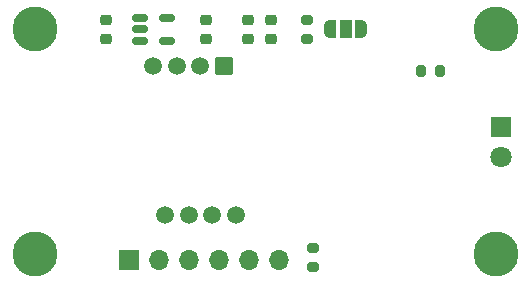
<source format=gts>
%TF.GenerationSoftware,KiCad,Pcbnew,8.0.1*%
%TF.CreationDate,2024-09-21T06:00:00+02:00*%
%TF.ProjectId,PMW3360,504d5733-3336-4302-9e6b-696361645f70,rev?*%
%TF.SameCoordinates,Original*%
%TF.FileFunction,Soldermask,Top*%
%TF.FilePolarity,Negative*%
%FSLAX46Y46*%
G04 Gerber Fmt 4.6, Leading zero omitted, Abs format (unit mm)*
G04 Created by KiCad (PCBNEW 8.0.1) date 2024-09-21 06:00:00*
%MOMM*%
%LPD*%
G01*
G04 APERTURE LIST*
G04 Aperture macros list*
%AMRoundRect*
0 Rectangle with rounded corners*
0 $1 Rounding radius*
0 $2 $3 $4 $5 $6 $7 $8 $9 X,Y pos of 4 corners*
0 Add a 4 corners polygon primitive as box body*
4,1,4,$2,$3,$4,$5,$6,$7,$8,$9,$2,$3,0*
0 Add four circle primitives for the rounded corners*
1,1,$1+$1,$2,$3*
1,1,$1+$1,$4,$5*
1,1,$1+$1,$6,$7*
1,1,$1+$1,$8,$9*
0 Add four rect primitives between the rounded corners*
20,1,$1+$1,$2,$3,$4,$5,0*
20,1,$1+$1,$4,$5,$6,$7,0*
20,1,$1+$1,$6,$7,$8,$9,0*
20,1,$1+$1,$8,$9,$2,$3,0*%
%AMFreePoly0*
4,1,19,0.000000,0.744911,0.071157,0.744911,0.207708,0.704816,0.327430,0.627875,0.420627,0.520320,0.479746,0.390866,0.500000,0.250000,0.500000,-0.250000,0.479746,-0.390866,0.420627,-0.520320,0.327430,-0.627875,0.207708,-0.704816,0.071157,-0.744911,0.000000,-0.744911,0.000000,-0.750000,-0.550000,-0.750000,-0.550000,0.750000,0.000000,0.750000,0.000000,0.744911,0.000000,0.744911,
$1*%
%AMFreePoly1*
4,1,19,0.550000,-0.750000,0.000000,-0.750000,0.000000,-0.744911,-0.071157,-0.744911,-0.207708,-0.704816,-0.327430,-0.627875,-0.420627,-0.520320,-0.479746,-0.390866,-0.500000,-0.250000,-0.500000,0.250000,-0.479746,0.390866,-0.420627,0.520320,-0.327430,0.627875,-0.207708,0.704816,-0.071157,0.744911,0.000000,0.744911,0.000000,0.750000,0.550000,0.750000,0.550000,-0.750000,0.550000,-0.750000,
$1*%
G04 Aperture macros list end*
%ADD10C,3.800000*%
%ADD11RoundRect,0.102000X-0.654000X-0.654000X0.654000X-0.654000X0.654000X0.654000X-0.654000X0.654000X0*%
%ADD12C,1.512000*%
%ADD13R,1.800000X1.800000*%
%ADD14C,1.800000*%
%ADD15O,1.700000X1.700000*%
%ADD16R,1.700000X1.700000*%
%ADD17RoundRect,0.150000X-0.512500X-0.150000X0.512500X-0.150000X0.512500X0.150000X-0.512500X0.150000X0*%
%ADD18RoundRect,0.200000X0.275000X-0.200000X0.275000X0.200000X-0.275000X0.200000X-0.275000X-0.200000X0*%
%ADD19RoundRect,0.200000X0.200000X0.275000X-0.200000X0.275000X-0.200000X-0.275000X0.200000X-0.275000X0*%
%ADD20RoundRect,0.200000X-0.275000X0.200000X-0.275000X-0.200000X0.275000X-0.200000X0.275000X0.200000X0*%
%ADD21FreePoly0,180.000000*%
%ADD22R,1.000000X1.500000*%
%ADD23FreePoly1,180.000000*%
%ADD24RoundRect,0.225000X0.250000X-0.225000X0.250000X0.225000X-0.250000X0.225000X-0.250000X-0.225000X0*%
%ADD25RoundRect,0.225000X-0.250000X0.225000X-0.250000X-0.225000X0.250000X-0.225000X0.250000X0.225000X0*%
G04 APERTURE END LIST*
D10*
X179000000Y-78000000D03*
D11*
X156000000Y-81125000D03*
D12*
X154000000Y-81125000D03*
X152000000Y-81125000D03*
X150000000Y-81125000D03*
X151000000Y-93725000D03*
X153000000Y-93725000D03*
X155000000Y-93725000D03*
X157000000Y-93725000D03*
D13*
X179475000Y-86225000D03*
D14*
X179475000Y-88765000D03*
D10*
X179000000Y-97000000D03*
X140000000Y-97000000D03*
X140000000Y-78000000D03*
D15*
X160620000Y-97500000D03*
X158080000Y-97500000D03*
X155540000Y-97500000D03*
X153000000Y-97500000D03*
X150460000Y-97500000D03*
D16*
X147920000Y-97500000D03*
D17*
X148862500Y-77050000D03*
X148862500Y-78000000D03*
X148862500Y-78950000D03*
X151137500Y-78950000D03*
X151137500Y-77050000D03*
D18*
X163500000Y-96500000D03*
X163500000Y-98150000D03*
D19*
X172675000Y-81500000D03*
X174325000Y-81500000D03*
D20*
X163000000Y-77175000D03*
X163000000Y-78825000D03*
D21*
X165000000Y-78000000D03*
D22*
X166300000Y-78000000D03*
D23*
X167600000Y-78000000D03*
D24*
X160000000Y-77225000D03*
X160000000Y-78775000D03*
X158000000Y-78775000D03*
X158000000Y-77225000D03*
D25*
X154500000Y-78775000D03*
X154500000Y-77225000D03*
D24*
X146000000Y-78775000D03*
X146000000Y-77225000D03*
M02*

</source>
